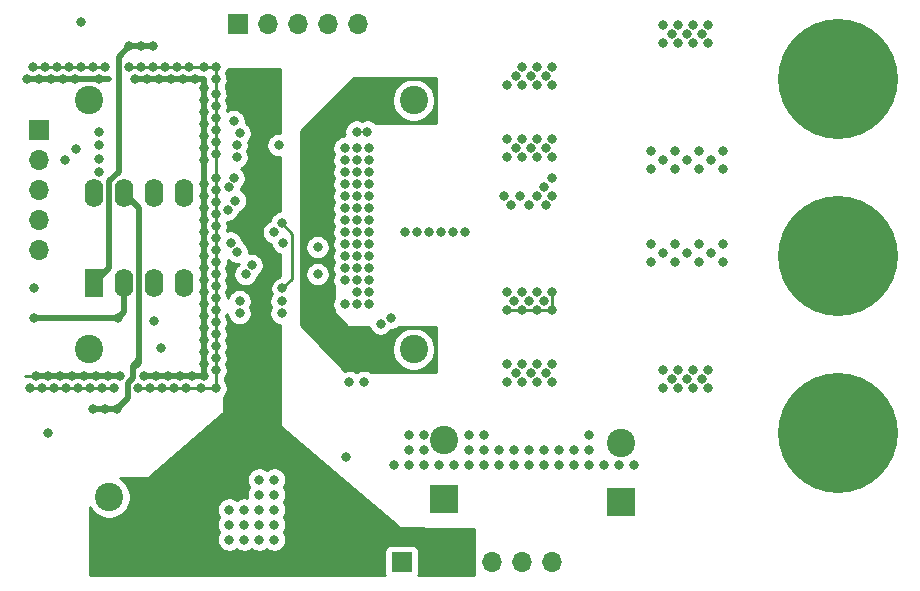
<source format=gbr>
%TF.GenerationSoftware,KiCad,Pcbnew,(5.1.9)-1*%
%TF.CreationDate,2021-11-06T22:46:36-05:00*%
%TF.ProjectId,Discrete_Channel,44697363-7265-4746-955f-4368616e6e65,rev?*%
%TF.SameCoordinates,Original*%
%TF.FileFunction,Copper,L3,Inr*%
%TF.FilePolarity,Positive*%
%FSLAX46Y46*%
G04 Gerber Fmt 4.6, Leading zero omitted, Abs format (unit mm)*
G04 Created by KiCad (PCBNEW (5.1.9)-1) date 2021-11-06 22:46:36*
%MOMM*%
%LPD*%
G01*
G04 APERTURE LIST*
%TA.AperFunction,ComponentPad*%
%ADD10R,2.400000X2.400000*%
%TD*%
%TA.AperFunction,ComponentPad*%
%ADD11C,2.400000*%
%TD*%
%TA.AperFunction,ComponentPad*%
%ADD12R,1.700000X1.700000*%
%TD*%
%TA.AperFunction,ComponentPad*%
%ADD13O,1.700000X1.700000*%
%TD*%
%TA.AperFunction,ComponentPad*%
%ADD14R,1.600000X2.400000*%
%TD*%
%TA.AperFunction,ComponentPad*%
%ADD15O,1.600000X2.400000*%
%TD*%
%TA.AperFunction,ComponentPad*%
%ADD16C,10.160000*%
%TD*%
%TA.AperFunction,ViaPad*%
%ADD17C,0.800000*%
%TD*%
%TA.AperFunction,Conductor*%
%ADD18C,0.250000*%
%TD*%
%TA.AperFunction,Conductor*%
%ADD19C,0.500000*%
%TD*%
%TA.AperFunction,NonConductor*%
%ADD20C,0.254000*%
%TD*%
%TA.AperFunction,NonConductor*%
%ADD21C,0.100000*%
%TD*%
%TA.AperFunction,Conductor*%
%ADD22C,0.254000*%
%TD*%
%TA.AperFunction,Conductor*%
%ADD23C,0.100000*%
%TD*%
G04 APERTURE END LIST*
D10*
%TO.N,/PVDD*%
%TO.C,C1*%
X158496000Y-121666000D03*
D11*
%TO.N,GND*%
X158496000Y-116666000D03*
%TD*%
%TO.N,GND*%
%TO.C,C2*%
X173482000Y-116920000D03*
D10*
%TO.N,/PVDD*%
X173482000Y-121920000D03*
%TD*%
%TO.N,/+12V*%
%TO.C,C17*%
X130175000Y-126492000D03*
D11*
%TO.N,GND*%
X130175000Y-121492000D03*
%TD*%
D12*
%TO.N,/~FAULT*%
%TO.C,J1*%
X141097000Y-81407000D03*
D13*
%TO.N,/~RESET*%
X143637000Y-81407000D03*
%TO.N,/OSC_IOM*%
X146177000Y-81407000D03*
%TO.N,/OSC_IOP*%
X148717000Y-81407000D03*
%TO.N,/~ERROR*%
X151257000Y-81407000D03*
%TD*%
%TO.N,/IN_A*%
%TO.C,J3*%
X124206000Y-100584000D03*
%TO.N,/IN_B*%
X124206000Y-98044000D03*
%TO.N,VEE*%
X124206000Y-95504000D03*
%TO.N,GNDA*%
X124206000Y-92964000D03*
D12*
%TO.N,VCC*%
X124206000Y-90424000D03*
%TD*%
%TO.N,GND*%
%TO.C,J2*%
X154940000Y-127000000D03*
D13*
%TO.N,/+12V*%
X157480000Y-127000000D03*
X160020000Y-127000000D03*
%TO.N,/PVDD*%
X162560000Y-127000000D03*
X165100000Y-127000000D03*
%TO.N,GND*%
X167640000Y-127000000D03*
%TD*%
D11*
%TO.N,Net-(C20-Pad1)*%
%TO.C,C20*%
X155956000Y-108966000D03*
%TO.N,/FB_A*%
X128456000Y-108966000D03*
%TD*%
%TO.N,/FB_B*%
%TO.C,C21*%
X128456000Y-87884000D03*
%TO.N,Net-(C21-Pad1)*%
X155956000Y-87884000D03*
%TD*%
D14*
%TO.N,/FB_A*%
%TO.C,U2*%
X128905000Y-103378000D03*
D15*
%TO.N,GNDA*%
X136525000Y-95758000D03*
%TO.N,Net-(C19-Pad1)*%
X131445000Y-103378000D03*
%TO.N,Net-(C18-Pad1)*%
X133985000Y-95758000D03*
%TO.N,GNDA*%
X133985000Y-103378000D03*
%TO.N,/FB_B*%
X131445000Y-95758000D03*
%TO.N,VEE*%
X136525000Y-103378000D03*
%TO.N,VCC*%
X128905000Y-95758000D03*
%TD*%
D16*
%TO.N,/SPEAKER+*%
%TO.C,J4*%
X191897000Y-86106000D03*
%TO.N,/SPEAKER-*%
X191897000Y-116076000D03*
%TO.N,GND*%
X191897000Y-101096000D03*
%TD*%
D17*
%TO.N,GNDA*%
X123190000Y-86106000D03*
X124206000Y-86106000D03*
X125222000Y-86106000D03*
X126238000Y-86106000D03*
X127254000Y-86106000D03*
X129286000Y-86106000D03*
X132334000Y-86106000D03*
X133350000Y-86106000D03*
X134366000Y-86106000D03*
X135382000Y-86106000D03*
X136398000Y-86106000D03*
X137414000Y-86106000D03*
X138176000Y-86868000D03*
X138176000Y-87884000D03*
X138176000Y-88900000D03*
X138176000Y-89916000D03*
X138176000Y-90932000D03*
X138176000Y-91948000D03*
X138176000Y-94996000D03*
X138176000Y-96012000D03*
X138176000Y-97028000D03*
X138176000Y-98044000D03*
X138176000Y-99060000D03*
X138176000Y-100076000D03*
X138176000Y-101092000D03*
X138176000Y-102108000D03*
X138176000Y-103124000D03*
X138176000Y-104140000D03*
X138176000Y-105156000D03*
X138176000Y-106172000D03*
X138176000Y-107188000D03*
X138176000Y-108204000D03*
X138176000Y-109220000D03*
X138176000Y-110236000D03*
X138176000Y-111252000D03*
X137160000Y-111252000D03*
X136144000Y-111252000D03*
X135128000Y-111252000D03*
X134112000Y-111252000D03*
X133096000Y-111252000D03*
X131064000Y-111252000D03*
X130048000Y-111252000D03*
X129032000Y-111252000D03*
X128016000Y-111252000D03*
X127000000Y-111252000D03*
X125984000Y-111252000D03*
X124968000Y-111252000D03*
X123952000Y-111252000D03*
%TO.N,*%
X123444000Y-112268000D03*
X124460000Y-112268000D03*
X125476000Y-112268000D03*
X126492000Y-112268000D03*
X127508000Y-112268000D03*
X128524000Y-112268000D03*
X129540000Y-112268000D03*
X130556000Y-112268000D03*
X132588000Y-112268000D03*
X133604000Y-112268000D03*
X134620000Y-112268000D03*
X135636000Y-112268000D03*
X136652000Y-112268000D03*
X137922000Y-112268000D03*
X139192000Y-112268000D03*
X139192000Y-110744000D03*
X139192000Y-109728000D03*
X139192000Y-108712000D03*
X139192000Y-106680000D03*
X139192000Y-107696000D03*
X139192000Y-105664000D03*
X139192000Y-104648000D03*
X139192000Y-103632000D03*
X139192000Y-102616000D03*
X139192000Y-101600000D03*
X139192000Y-100584000D03*
X139192000Y-99568000D03*
X139192000Y-98552000D03*
X139192000Y-97536000D03*
X139192000Y-96520000D03*
X139192000Y-95504000D03*
X139192000Y-94488000D03*
X139192000Y-92456000D03*
X139192000Y-91440000D03*
X139192000Y-90424000D03*
X139192000Y-89408000D03*
X139192000Y-88392000D03*
X139192000Y-87376000D03*
X139192000Y-86106000D03*
X138176000Y-85090000D03*
X136906000Y-85090000D03*
X135890000Y-85090000D03*
X134874000Y-85090000D03*
X133858000Y-85090000D03*
X132842000Y-85090000D03*
X131826000Y-85090000D03*
X128778000Y-85090000D03*
X127762000Y-85090000D03*
X126746000Y-85090000D03*
X125730000Y-85090000D03*
X124714000Y-85090000D03*
X123698000Y-85090000D03*
X139192000Y-85090000D03*
X129794000Y-85090000D03*
%TO.N,GNDA*%
X138176000Y-92964000D03*
X124968000Y-116078000D03*
X127762000Y-81280000D03*
%TO.N,/+12V*%
X139954000Y-117348000D03*
X139954000Y-116332000D03*
X140970000Y-116332000D03*
X140970000Y-117348000D03*
X140970000Y-118364000D03*
%TO.N,/OUT_D*%
X152019000Y-90551000D03*
X151130000Y-90551000D03*
%TO.N,/OUT_A*%
X154051000Y-106299000D03*
X153162000Y-106807000D03*
%TO.N,/OUT_B*%
X160274000Y-99060000D03*
X159258000Y-99060000D03*
X167005000Y-95250000D03*
X164211000Y-96774000D03*
X165735000Y-96774000D03*
X167132000Y-96774000D03*
X167640000Y-94488000D03*
X167640000Y-96012000D03*
X166370000Y-96012000D03*
X164973000Y-96012000D03*
X163576000Y-96012000D03*
%TO.N,/OUT_A*%
X167005000Y-104902000D03*
X165735000Y-104902000D03*
X164465000Y-104902000D03*
%TO.N,/SPEAKER+*%
X177038000Y-81534000D03*
X180848000Y-83058000D03*
X178308000Y-81534000D03*
X179578000Y-81534000D03*
X178308000Y-83058000D03*
X180848000Y-81534000D03*
X179578000Y-83058000D03*
X177038000Y-83058000D03*
X180340000Y-82296000D03*
X177800000Y-82296000D03*
X179070000Y-82296000D03*
%TO.N,/SPEAKER-*%
X177038000Y-110744000D03*
X180848000Y-112268000D03*
X178308000Y-110744000D03*
X179578000Y-110744000D03*
X178308000Y-112268000D03*
X180848000Y-110744000D03*
X179578000Y-112268000D03*
X177038000Y-112268000D03*
X180340000Y-111506000D03*
X177800000Y-111506000D03*
X179070000Y-111506000D03*
X163830000Y-110236000D03*
X167640000Y-111760000D03*
X165100000Y-110236000D03*
X166370000Y-110236000D03*
X165100000Y-111760000D03*
X167640000Y-110236000D03*
X166370000Y-111760000D03*
X163830000Y-111760000D03*
X167132000Y-110998000D03*
X164592000Y-110998000D03*
X165862000Y-110998000D03*
%TO.N,/SPEAKER+*%
X167640000Y-86614000D03*
X165100000Y-85090000D03*
X166370000Y-85090000D03*
X165100000Y-86614000D03*
X167640000Y-85090000D03*
X166370000Y-86614000D03*
X163830000Y-86614000D03*
X167132000Y-85852000D03*
X164592000Y-85852000D03*
X165862000Y-85852000D03*
%TO.N,/OUT_D*%
X167132000Y-91948000D03*
X165862000Y-91948000D03*
X164592000Y-91948000D03*
%TO.N,GND*%
X176022000Y-101600000D03*
X180086000Y-100076000D03*
X178054000Y-101600000D03*
X178054000Y-100076000D03*
X180086000Y-101600000D03*
X181102000Y-100838000D03*
X182118000Y-100076000D03*
X182118000Y-101600000D03*
X177038000Y-100838000D03*
X176022000Y-100076000D03*
X179070000Y-100838000D03*
X176022000Y-92202000D03*
X178054000Y-92202000D03*
X180086000Y-92202000D03*
X182118000Y-92202000D03*
X180086000Y-93726000D03*
X178054000Y-93726000D03*
X181102000Y-92964000D03*
X179070000Y-92964000D03*
X177038000Y-92964000D03*
X176022000Y-93726000D03*
X141224000Y-105918000D03*
X141224000Y-104902000D03*
X141732000Y-102616000D03*
X142240000Y-101854000D03*
X140970000Y-100711000D03*
X140462000Y-99949000D03*
X140208000Y-97155000D03*
X140843000Y-96393000D03*
X140335000Y-95250000D03*
X140716000Y-94488000D03*
X140716000Y-89662000D03*
X141224000Y-90678000D03*
%TO.N,/+12V*%
X141224000Y-86614000D03*
X141224000Y-85598000D03*
X141224000Y-87884000D03*
X140462000Y-86106000D03*
X140462000Y-87376000D03*
X141224000Y-107442000D03*
X141224000Y-109728000D03*
X141224000Y-108458000D03*
X139954000Y-119380000D03*
X139954000Y-120396000D03*
X140970000Y-120396000D03*
X140970000Y-119380000D03*
%TO.N,/PVDD*%
X152146000Y-96012000D03*
X151130000Y-97028000D03*
X152146000Y-97028000D03*
X150114000Y-97028000D03*
X150114000Y-96012000D03*
X151130000Y-96012000D03*
X152146000Y-101092000D03*
X150114000Y-101092000D03*
X152146000Y-100076000D03*
X151130000Y-101092000D03*
X151130000Y-100076000D03*
X150114000Y-100076000D03*
%TO.N,GND*%
X151130000Y-105156000D03*
X150114000Y-105156000D03*
X152146000Y-98044000D03*
X151130000Y-98044000D03*
X150114000Y-98044000D03*
X150114000Y-99060000D03*
X151130000Y-99060000D03*
X152146000Y-99060000D03*
X151130000Y-91948000D03*
X150114000Y-91948000D03*
X151130000Y-104140000D03*
X152146000Y-105156000D03*
X151130000Y-92964000D03*
X152146000Y-92964000D03*
X150114000Y-92964000D03*
X152146000Y-91948000D03*
X152146000Y-104140000D03*
X182118000Y-93726000D03*
X142875000Y-120015000D03*
X144145000Y-120015000D03*
X144145000Y-121285000D03*
X142875000Y-121285000D03*
X142875000Y-122555000D03*
X144145000Y-122555000D03*
X142875000Y-123825000D03*
X144145000Y-123825000D03*
X144145000Y-125095000D03*
X142875000Y-125095000D03*
X141605000Y-123825000D03*
X141605000Y-125095000D03*
X141605000Y-122555000D03*
X140335000Y-122555000D03*
X140335000Y-123825000D03*
X140335000Y-125095000D03*
X154305000Y-118745000D03*
X155575000Y-118745000D03*
X156845000Y-118745000D03*
X158115000Y-118745000D03*
X159385000Y-118745000D03*
X160655000Y-118745000D03*
X161925000Y-118745000D03*
X163195000Y-118745000D03*
X164465000Y-118745000D03*
X165735000Y-118745000D03*
X167005000Y-118745000D03*
X168275000Y-118745000D03*
X169545000Y-118745000D03*
X170815000Y-118745000D03*
X172085000Y-118745000D03*
X173355000Y-118745000D03*
X174625000Y-118745000D03*
X170815000Y-117475000D03*
X169545000Y-117475000D03*
X168275000Y-117475000D03*
X167005000Y-117475000D03*
X165735000Y-117475000D03*
X164465000Y-117475000D03*
X163195000Y-117475000D03*
X161925000Y-117475000D03*
X160655000Y-117475000D03*
X160655000Y-116205000D03*
X161925000Y-116205000D03*
X156845000Y-116205000D03*
X156845000Y-117475000D03*
X155575000Y-117475000D03*
X155575000Y-116205000D03*
X170815000Y-116205000D03*
X150495000Y-111760000D03*
X151765000Y-111760000D03*
%TO.N,VCC*%
X129286000Y-93980000D03*
X129286000Y-92837000D03*
X129286000Y-91694000D03*
X129286000Y-90551000D03*
%TO.N,Net-(C14-Pad2)*%
X144780000Y-104902000D03*
X144780000Y-105918000D03*
X150238000Y-118110000D03*
%TO.N,/+12V*%
X140019000Y-118429000D03*
%TO.N,Net-(C19-Pad1)*%
X130958500Y-106299000D03*
X123841000Y-106299000D03*
X123841000Y-103759000D03*
%TO.N,/FB_A*%
X131826000Y-83333500D03*
X133874000Y-83312000D03*
X132842000Y-83312000D03*
%TO.N,/FB_B*%
X130826000Y-114046000D03*
X129794000Y-114046000D03*
X128778000Y-114024500D03*
%TO.N,Net-(C20-Pad1)*%
X147828000Y-102616000D03*
%TO.N,Net-(C21-Pad1)*%
X147828000Y-100330000D03*
%TO.N,/OUT_A*%
X163830000Y-104140000D03*
X167640000Y-104140000D03*
X166370000Y-104140000D03*
X165100000Y-104140000D03*
X152146000Y-103124000D03*
X163830000Y-105664000D03*
X150114000Y-103124000D03*
X165100000Y-105664000D03*
X167640000Y-105664000D03*
X151130000Y-102108000D03*
X150114000Y-102108000D03*
X151130000Y-103124000D03*
X152146000Y-102108000D03*
X166370000Y-105664000D03*
%TO.N,/OUT_B*%
X155194000Y-99060000D03*
X156210000Y-99060000D03*
X157226000Y-99060000D03*
X158242000Y-99060000D03*
%TO.N,/OUT_D*%
X152146000Y-93980000D03*
X152146000Y-94996000D03*
X151130000Y-94996000D03*
X151130000Y-93980000D03*
X150114000Y-94996000D03*
X150114000Y-93980000D03*
X165100000Y-91186000D03*
X166370000Y-91186000D03*
X167640000Y-91186000D03*
X165100000Y-92710000D03*
X166370000Y-92710000D03*
X167640000Y-92710000D03*
X163830000Y-91186000D03*
X163830000Y-92710000D03*
%TO.N,/OSC_IOP*%
X144145000Y-99060000D03*
%TO.N,/OSC_IOM*%
X144907000Y-99949000D03*
%TO.N,/~ERROR*%
X144526000Y-91694000D03*
%TO.N,/~FAULT*%
X140970000Y-91694000D03*
%TO.N,/~RESET*%
X140970000Y-92710000D03*
%TO.N,GNDA*%
X127381000Y-92036500D03*
X126453500Y-92964000D03*
X134598500Y-108839000D03*
X133985000Y-106553000D03*
%TO.N,/DVDD*%
X144780000Y-98298000D03*
X144840942Y-103819942D03*
%TD*%
D18*
%TO.N,GNDA*%
X123032010Y-111252000D02*
X131064000Y-111252000D01*
%TO.N,*%
X131826000Y-85090000D02*
X139192000Y-85090000D01*
X123698000Y-85090000D02*
X129794000Y-85090000D01*
X139192000Y-111309002D02*
X139192000Y-112268000D01*
X139192000Y-85090000D02*
X139192000Y-111309002D01*
X139192000Y-112268000D02*
X132588000Y-112268000D01*
X130556000Y-112268000D02*
X123444000Y-112268000D01*
D19*
%TO.N,Net-(C19-Pad1)*%
X130958500Y-106299000D02*
X123841000Y-106299000D01*
X131445000Y-105812500D02*
X130958500Y-106299000D01*
X131445000Y-103378000D02*
X131445000Y-105812500D01*
%TO.N,/FB_A*%
X131847500Y-83312000D02*
X131826000Y-83333500D01*
X133874000Y-83312000D02*
X131847500Y-83312000D01*
X130194990Y-102088010D02*
X128905000Y-103378000D01*
X130194990Y-94722010D02*
X130194990Y-102088010D01*
X130975999Y-93941001D02*
X130194990Y-94722010D01*
X130975999Y-84183501D02*
X130975999Y-93941001D01*
X131826000Y-83333500D02*
X130975999Y-84183501D01*
%TO.N,/FB_B*%
X131445000Y-95758000D02*
X132695010Y-97008010D01*
X132695010Y-110128990D02*
X132461000Y-110363000D01*
X131737999Y-113134001D02*
X130826000Y-114046000D01*
X131737999Y-111859999D02*
X131737999Y-113134001D01*
X132179999Y-111417999D02*
X131737999Y-111859999D01*
X132179999Y-110350021D02*
X132179999Y-111417999D01*
X132695010Y-109835010D02*
X132179999Y-110350021D01*
X132695010Y-97008010D02*
X132695010Y-109835010D01*
X132695010Y-109835010D02*
X132695010Y-110128990D01*
X128799500Y-114046000D02*
X128778000Y-114024500D01*
X130826000Y-114046000D02*
X128799500Y-114046000D01*
D18*
%TO.N,/OUT_A*%
X167640000Y-104140000D02*
X167640000Y-105664000D01*
X167640000Y-105664000D02*
X163830000Y-105664000D01*
%TO.N,/OSC_IOP*%
X144145000Y-99060000D02*
X144145000Y-98933000D01*
D19*
%TO.N,GNDA*%
X123952000Y-111252000D02*
X131064000Y-111252000D01*
X133096000Y-111252000D02*
X138176000Y-111252000D01*
X138176000Y-111252000D02*
X138176000Y-86106000D01*
X138176000Y-86106000D02*
X132334000Y-86106000D01*
X130175000Y-86106000D02*
X123190000Y-86106000D01*
D18*
%TO.N,/DVDD*%
X144780000Y-98298000D02*
X145669000Y-99187000D01*
X145669000Y-102991884D02*
X144840942Y-103819942D01*
X145669000Y-99187000D02*
X145669000Y-102991884D01*
%TD*%
D20*
X147337744Y-101247205D02*
X147526102Y-101325226D01*
X147726061Y-101365000D01*
X147929939Y-101365000D01*
X148129898Y-101325226D01*
X148318256Y-101247205D01*
X148360468Y-101219000D01*
X149083985Y-101219000D01*
X149118774Y-101393898D01*
X149196795Y-101582256D01*
X149208651Y-101600000D01*
X149196795Y-101617744D01*
X149118774Y-101806102D01*
X149079000Y-102006061D01*
X149079000Y-102209939D01*
X149118774Y-102409898D01*
X149196795Y-102598256D01*
X149208651Y-102616000D01*
X149196795Y-102633744D01*
X149118774Y-102822102D01*
X149079000Y-103022061D01*
X149079000Y-103225939D01*
X149118774Y-103425898D01*
X149196795Y-103614256D01*
X149225000Y-103656468D01*
X149225000Y-104623532D01*
X149196795Y-104665744D01*
X149118774Y-104854102D01*
X149079000Y-105054061D01*
X149079000Y-105257939D01*
X149118774Y-105457898D01*
X149196795Y-105646256D01*
X149225000Y-105688468D01*
X149225000Y-105918000D01*
X149227440Y-105942776D01*
X149234667Y-105966601D01*
X149246403Y-105988557D01*
X149262197Y-106007803D01*
X150278197Y-107023803D01*
X150297443Y-107039597D01*
X150319399Y-107051333D01*
X150343224Y-107058560D01*
X150368000Y-107061000D01*
X152157247Y-107061000D01*
X152166774Y-107108898D01*
X152244795Y-107297256D01*
X152358063Y-107466774D01*
X152502226Y-107610937D01*
X152671744Y-107724205D01*
X152860102Y-107802226D01*
X153060061Y-107842000D01*
X153263939Y-107842000D01*
X153463898Y-107802226D01*
X153652256Y-107724205D01*
X153821774Y-107610937D01*
X153965937Y-107466774D01*
X154054654Y-107334000D01*
X154152939Y-107334000D01*
X154352898Y-107294226D01*
X154541256Y-107216205D01*
X154710774Y-107102937D01*
X154752711Y-107061000D01*
X157861000Y-107061000D01*
X157861000Y-110871000D01*
X152297468Y-110871000D01*
X152255256Y-110842795D01*
X152066898Y-110764774D01*
X151866939Y-110725000D01*
X151663061Y-110725000D01*
X151463102Y-110764774D01*
X151274744Y-110842795D01*
X151232532Y-110871000D01*
X151027468Y-110871000D01*
X150985256Y-110842795D01*
X150796898Y-110764774D01*
X150596939Y-110725000D01*
X150393061Y-110725000D01*
X150193102Y-110764774D01*
X150104025Y-110801671D01*
X148213648Y-108785268D01*
X154121000Y-108785268D01*
X154121000Y-109146732D01*
X154191518Y-109501250D01*
X154329844Y-109835199D01*
X154530662Y-110135744D01*
X154786256Y-110391338D01*
X155086801Y-110592156D01*
X155420750Y-110730482D01*
X155775268Y-110801000D01*
X156136732Y-110801000D01*
X156491250Y-110730482D01*
X156825199Y-110592156D01*
X157125744Y-110391338D01*
X157381338Y-110135744D01*
X157582156Y-109835199D01*
X157720482Y-109501250D01*
X157791000Y-109146732D01*
X157791000Y-108785268D01*
X157720482Y-108430750D01*
X157582156Y-108096801D01*
X157381338Y-107796256D01*
X157125744Y-107540662D01*
X156825199Y-107339844D01*
X156491250Y-107201518D01*
X156136732Y-107131000D01*
X155775268Y-107131000D01*
X155420750Y-107201518D01*
X155086801Y-107339844D01*
X154786256Y-107540662D01*
X154530662Y-107796256D01*
X154329844Y-108096801D01*
X154191518Y-108430750D01*
X154121000Y-108785268D01*
X148213648Y-108785268D01*
X146431000Y-106883778D01*
X146431000Y-103008901D01*
X146432676Y-102991884D01*
X146431000Y-102974867D01*
X146431000Y-102514061D01*
X146793000Y-102514061D01*
X146793000Y-102717939D01*
X146832774Y-102917898D01*
X146910795Y-103106256D01*
X147024063Y-103275774D01*
X147168226Y-103419937D01*
X147337744Y-103533205D01*
X147526102Y-103611226D01*
X147726061Y-103651000D01*
X147929939Y-103651000D01*
X148129898Y-103611226D01*
X148318256Y-103533205D01*
X148487774Y-103419937D01*
X148631937Y-103275774D01*
X148745205Y-103106256D01*
X148823226Y-102917898D01*
X148863000Y-102717939D01*
X148863000Y-102514061D01*
X148823226Y-102314102D01*
X148745205Y-102125744D01*
X148631937Y-101956226D01*
X148487774Y-101812063D01*
X148318256Y-101698795D01*
X148129898Y-101620774D01*
X147929939Y-101581000D01*
X147726061Y-101581000D01*
X147526102Y-101620774D01*
X147337744Y-101698795D01*
X147168226Y-101812063D01*
X147024063Y-101956226D01*
X146910795Y-102125744D01*
X146832774Y-102314102D01*
X146793000Y-102514061D01*
X146431000Y-102514061D01*
X146431000Y-101219000D01*
X147295532Y-101219000D01*
X147337744Y-101247205D01*
%TA.AperFunction,NonConductor*%
D21*
G36*
X147337744Y-101247205D02*
G01*
X147526102Y-101325226D01*
X147726061Y-101365000D01*
X147929939Y-101365000D01*
X148129898Y-101325226D01*
X148318256Y-101247205D01*
X148360468Y-101219000D01*
X149083985Y-101219000D01*
X149118774Y-101393898D01*
X149196795Y-101582256D01*
X149208651Y-101600000D01*
X149196795Y-101617744D01*
X149118774Y-101806102D01*
X149079000Y-102006061D01*
X149079000Y-102209939D01*
X149118774Y-102409898D01*
X149196795Y-102598256D01*
X149208651Y-102616000D01*
X149196795Y-102633744D01*
X149118774Y-102822102D01*
X149079000Y-103022061D01*
X149079000Y-103225939D01*
X149118774Y-103425898D01*
X149196795Y-103614256D01*
X149225000Y-103656468D01*
X149225000Y-104623532D01*
X149196795Y-104665744D01*
X149118774Y-104854102D01*
X149079000Y-105054061D01*
X149079000Y-105257939D01*
X149118774Y-105457898D01*
X149196795Y-105646256D01*
X149225000Y-105688468D01*
X149225000Y-105918000D01*
X149227440Y-105942776D01*
X149234667Y-105966601D01*
X149246403Y-105988557D01*
X149262197Y-106007803D01*
X150278197Y-107023803D01*
X150297443Y-107039597D01*
X150319399Y-107051333D01*
X150343224Y-107058560D01*
X150368000Y-107061000D01*
X152157247Y-107061000D01*
X152166774Y-107108898D01*
X152244795Y-107297256D01*
X152358063Y-107466774D01*
X152502226Y-107610937D01*
X152671744Y-107724205D01*
X152860102Y-107802226D01*
X153060061Y-107842000D01*
X153263939Y-107842000D01*
X153463898Y-107802226D01*
X153652256Y-107724205D01*
X153821774Y-107610937D01*
X153965937Y-107466774D01*
X154054654Y-107334000D01*
X154152939Y-107334000D01*
X154352898Y-107294226D01*
X154541256Y-107216205D01*
X154710774Y-107102937D01*
X154752711Y-107061000D01*
X157861000Y-107061000D01*
X157861000Y-110871000D01*
X152297468Y-110871000D01*
X152255256Y-110842795D01*
X152066898Y-110764774D01*
X151866939Y-110725000D01*
X151663061Y-110725000D01*
X151463102Y-110764774D01*
X151274744Y-110842795D01*
X151232532Y-110871000D01*
X151027468Y-110871000D01*
X150985256Y-110842795D01*
X150796898Y-110764774D01*
X150596939Y-110725000D01*
X150393061Y-110725000D01*
X150193102Y-110764774D01*
X150104025Y-110801671D01*
X148213648Y-108785268D01*
X154121000Y-108785268D01*
X154121000Y-109146732D01*
X154191518Y-109501250D01*
X154329844Y-109835199D01*
X154530662Y-110135744D01*
X154786256Y-110391338D01*
X155086801Y-110592156D01*
X155420750Y-110730482D01*
X155775268Y-110801000D01*
X156136732Y-110801000D01*
X156491250Y-110730482D01*
X156825199Y-110592156D01*
X157125744Y-110391338D01*
X157381338Y-110135744D01*
X157582156Y-109835199D01*
X157720482Y-109501250D01*
X157791000Y-109146732D01*
X157791000Y-108785268D01*
X157720482Y-108430750D01*
X157582156Y-108096801D01*
X157381338Y-107796256D01*
X157125744Y-107540662D01*
X156825199Y-107339844D01*
X156491250Y-107201518D01*
X156136732Y-107131000D01*
X155775268Y-107131000D01*
X155420750Y-107201518D01*
X155086801Y-107339844D01*
X154786256Y-107540662D01*
X154530662Y-107796256D01*
X154329844Y-108096801D01*
X154191518Y-108430750D01*
X154121000Y-108785268D01*
X148213648Y-108785268D01*
X146431000Y-106883778D01*
X146431000Y-103008901D01*
X146432676Y-102991884D01*
X146431000Y-102974867D01*
X146431000Y-102514061D01*
X146793000Y-102514061D01*
X146793000Y-102717939D01*
X146832774Y-102917898D01*
X146910795Y-103106256D01*
X147024063Y-103275774D01*
X147168226Y-103419937D01*
X147337744Y-103533205D01*
X147526102Y-103611226D01*
X147726061Y-103651000D01*
X147929939Y-103651000D01*
X148129898Y-103611226D01*
X148318256Y-103533205D01*
X148487774Y-103419937D01*
X148631937Y-103275774D01*
X148745205Y-103106256D01*
X148823226Y-102917898D01*
X148863000Y-102717939D01*
X148863000Y-102514061D01*
X148823226Y-102314102D01*
X148745205Y-102125744D01*
X148631937Y-101956226D01*
X148487774Y-101812063D01*
X148318256Y-101698795D01*
X148129898Y-101620774D01*
X147929939Y-101581000D01*
X147726061Y-101581000D01*
X147526102Y-101620774D01*
X147337744Y-101698795D01*
X147168226Y-101812063D01*
X147024063Y-101956226D01*
X146910795Y-102125744D01*
X146832774Y-102314102D01*
X146793000Y-102514061D01*
X146431000Y-102514061D01*
X146431000Y-101219000D01*
X147295532Y-101219000D01*
X147337744Y-101247205D01*
G37*
%TD.AperFunction*%
D20*
X157861000Y-89789000D02*
X152720711Y-89789000D01*
X152678774Y-89747063D01*
X152509256Y-89633795D01*
X152320898Y-89555774D01*
X152120939Y-89516000D01*
X151917061Y-89516000D01*
X151717102Y-89555774D01*
X151574500Y-89614842D01*
X151431898Y-89555774D01*
X151231939Y-89516000D01*
X151028061Y-89516000D01*
X150828102Y-89555774D01*
X150639744Y-89633795D01*
X150470226Y-89747063D01*
X150326063Y-89891226D01*
X150212795Y-90060744D01*
X150134774Y-90249102D01*
X150095000Y-90449061D01*
X150095000Y-90652939D01*
X150114653Y-90751741D01*
X149938827Y-90927567D01*
X149812102Y-90952774D01*
X149623744Y-91030795D01*
X149454226Y-91144063D01*
X149310063Y-91288226D01*
X149196795Y-91457744D01*
X149118774Y-91646102D01*
X149079000Y-91846061D01*
X149079000Y-92049939D01*
X149118774Y-92249898D01*
X149196795Y-92438256D01*
X149208651Y-92456000D01*
X149196795Y-92473744D01*
X149118774Y-92662102D01*
X149079000Y-92862061D01*
X149079000Y-93065939D01*
X149118774Y-93265898D01*
X149196795Y-93454256D01*
X149208651Y-93472000D01*
X149196795Y-93489744D01*
X149118774Y-93678102D01*
X149079000Y-93878061D01*
X149079000Y-94081939D01*
X149118774Y-94281898D01*
X149196795Y-94470256D01*
X149208651Y-94488000D01*
X149196795Y-94505744D01*
X149118774Y-94694102D01*
X149079000Y-94894061D01*
X149079000Y-95097939D01*
X149118774Y-95297898D01*
X149196795Y-95486256D01*
X149208651Y-95504000D01*
X149196795Y-95521744D01*
X149118774Y-95710102D01*
X149079000Y-95910061D01*
X149079000Y-96113939D01*
X149118774Y-96313898D01*
X149196795Y-96502256D01*
X149208651Y-96520000D01*
X149196795Y-96537744D01*
X149118774Y-96726102D01*
X149079000Y-96926061D01*
X149079000Y-97129939D01*
X149118774Y-97329898D01*
X149196795Y-97518256D01*
X149208651Y-97536000D01*
X149196795Y-97553744D01*
X149118774Y-97742102D01*
X149079000Y-97942061D01*
X149079000Y-98145939D01*
X149118774Y-98345898D01*
X149196795Y-98534256D01*
X149208651Y-98552000D01*
X149196795Y-98569744D01*
X149118774Y-98758102D01*
X149079000Y-98958061D01*
X149079000Y-99161939D01*
X149118774Y-99361898D01*
X149196795Y-99550256D01*
X149208651Y-99568000D01*
X149196795Y-99585744D01*
X149118774Y-99774102D01*
X149079000Y-99974061D01*
X149079000Y-100177939D01*
X149118774Y-100377898D01*
X149196795Y-100566256D01*
X149208651Y-100584000D01*
X149196795Y-100601744D01*
X149118774Y-100790102D01*
X149079000Y-100990061D01*
X149079000Y-101193939D01*
X149118774Y-101393898D01*
X149151539Y-101473000D01*
X146431000Y-101473000D01*
X146431000Y-100228061D01*
X146793000Y-100228061D01*
X146793000Y-100431939D01*
X146832774Y-100631898D01*
X146910795Y-100820256D01*
X147024063Y-100989774D01*
X147168226Y-101133937D01*
X147337744Y-101247205D01*
X147526102Y-101325226D01*
X147726061Y-101365000D01*
X147929939Y-101365000D01*
X148129898Y-101325226D01*
X148318256Y-101247205D01*
X148487774Y-101133937D01*
X148631937Y-100989774D01*
X148745205Y-100820256D01*
X148823226Y-100631898D01*
X148863000Y-100431939D01*
X148863000Y-100228061D01*
X148823226Y-100028102D01*
X148745205Y-99839744D01*
X148631937Y-99670226D01*
X148487774Y-99526063D01*
X148318256Y-99412795D01*
X148129898Y-99334774D01*
X147929939Y-99295000D01*
X147726061Y-99295000D01*
X147526102Y-99334774D01*
X147337744Y-99412795D01*
X147168226Y-99526063D01*
X147024063Y-99670226D01*
X146910795Y-99839744D01*
X146832774Y-100028102D01*
X146793000Y-100228061D01*
X146431000Y-100228061D01*
X146431000Y-99204017D01*
X146432676Y-99187000D01*
X146431000Y-99169983D01*
X146431000Y-90476606D01*
X149204338Y-87703268D01*
X154121000Y-87703268D01*
X154121000Y-88064732D01*
X154191518Y-88419250D01*
X154329844Y-88753199D01*
X154530662Y-89053744D01*
X154786256Y-89309338D01*
X155086801Y-89510156D01*
X155420750Y-89648482D01*
X155775268Y-89719000D01*
X156136732Y-89719000D01*
X156491250Y-89648482D01*
X156825199Y-89510156D01*
X157125744Y-89309338D01*
X157381338Y-89053744D01*
X157582156Y-88753199D01*
X157720482Y-88419250D01*
X157791000Y-88064732D01*
X157791000Y-87703268D01*
X157720482Y-87348750D01*
X157582156Y-87014801D01*
X157381338Y-86714256D01*
X157125744Y-86458662D01*
X156825199Y-86257844D01*
X156491250Y-86119518D01*
X156136732Y-86049000D01*
X155775268Y-86049000D01*
X155420750Y-86119518D01*
X155086801Y-86257844D01*
X154786256Y-86458662D01*
X154530662Y-86714256D01*
X154329844Y-87014801D01*
X154191518Y-87348750D01*
X154121000Y-87703268D01*
X149204338Y-87703268D01*
X150928606Y-85979000D01*
X157861000Y-85979000D01*
X157861000Y-89789000D01*
%TA.AperFunction,NonConductor*%
D21*
G36*
X157861000Y-89789000D02*
G01*
X152720711Y-89789000D01*
X152678774Y-89747063D01*
X152509256Y-89633795D01*
X152320898Y-89555774D01*
X152120939Y-89516000D01*
X151917061Y-89516000D01*
X151717102Y-89555774D01*
X151574500Y-89614842D01*
X151431898Y-89555774D01*
X151231939Y-89516000D01*
X151028061Y-89516000D01*
X150828102Y-89555774D01*
X150639744Y-89633795D01*
X150470226Y-89747063D01*
X150326063Y-89891226D01*
X150212795Y-90060744D01*
X150134774Y-90249102D01*
X150095000Y-90449061D01*
X150095000Y-90652939D01*
X150114653Y-90751741D01*
X149938827Y-90927567D01*
X149812102Y-90952774D01*
X149623744Y-91030795D01*
X149454226Y-91144063D01*
X149310063Y-91288226D01*
X149196795Y-91457744D01*
X149118774Y-91646102D01*
X149079000Y-91846061D01*
X149079000Y-92049939D01*
X149118774Y-92249898D01*
X149196795Y-92438256D01*
X149208651Y-92456000D01*
X149196795Y-92473744D01*
X149118774Y-92662102D01*
X149079000Y-92862061D01*
X149079000Y-93065939D01*
X149118774Y-93265898D01*
X149196795Y-93454256D01*
X149208651Y-93472000D01*
X149196795Y-93489744D01*
X149118774Y-93678102D01*
X149079000Y-93878061D01*
X149079000Y-94081939D01*
X149118774Y-94281898D01*
X149196795Y-94470256D01*
X149208651Y-94488000D01*
X149196795Y-94505744D01*
X149118774Y-94694102D01*
X149079000Y-94894061D01*
X149079000Y-95097939D01*
X149118774Y-95297898D01*
X149196795Y-95486256D01*
X149208651Y-95504000D01*
X149196795Y-95521744D01*
X149118774Y-95710102D01*
X149079000Y-95910061D01*
X149079000Y-96113939D01*
X149118774Y-96313898D01*
X149196795Y-96502256D01*
X149208651Y-96520000D01*
X149196795Y-96537744D01*
X149118774Y-96726102D01*
X149079000Y-96926061D01*
X149079000Y-97129939D01*
X149118774Y-97329898D01*
X149196795Y-97518256D01*
X149208651Y-97536000D01*
X149196795Y-97553744D01*
X149118774Y-97742102D01*
X149079000Y-97942061D01*
X149079000Y-98145939D01*
X149118774Y-98345898D01*
X149196795Y-98534256D01*
X149208651Y-98552000D01*
X149196795Y-98569744D01*
X149118774Y-98758102D01*
X149079000Y-98958061D01*
X149079000Y-99161939D01*
X149118774Y-99361898D01*
X149196795Y-99550256D01*
X149208651Y-99568000D01*
X149196795Y-99585744D01*
X149118774Y-99774102D01*
X149079000Y-99974061D01*
X149079000Y-100177939D01*
X149118774Y-100377898D01*
X149196795Y-100566256D01*
X149208651Y-100584000D01*
X149196795Y-100601744D01*
X149118774Y-100790102D01*
X149079000Y-100990061D01*
X149079000Y-101193939D01*
X149118774Y-101393898D01*
X149151539Y-101473000D01*
X146431000Y-101473000D01*
X146431000Y-100228061D01*
X146793000Y-100228061D01*
X146793000Y-100431939D01*
X146832774Y-100631898D01*
X146910795Y-100820256D01*
X147024063Y-100989774D01*
X147168226Y-101133937D01*
X147337744Y-101247205D01*
X147526102Y-101325226D01*
X147726061Y-101365000D01*
X147929939Y-101365000D01*
X148129898Y-101325226D01*
X148318256Y-101247205D01*
X148487774Y-101133937D01*
X148631937Y-100989774D01*
X148745205Y-100820256D01*
X148823226Y-100631898D01*
X148863000Y-100431939D01*
X148863000Y-100228061D01*
X148823226Y-100028102D01*
X148745205Y-99839744D01*
X148631937Y-99670226D01*
X148487774Y-99526063D01*
X148318256Y-99412795D01*
X148129898Y-99334774D01*
X147929939Y-99295000D01*
X147726061Y-99295000D01*
X147526102Y-99334774D01*
X147337744Y-99412795D01*
X147168226Y-99526063D01*
X147024063Y-99670226D01*
X146910795Y-99839744D01*
X146832774Y-100028102D01*
X146793000Y-100228061D01*
X146431000Y-100228061D01*
X146431000Y-99204017D01*
X146432676Y-99187000D01*
X146431000Y-99169983D01*
X146431000Y-90476606D01*
X149204338Y-87703268D01*
X154121000Y-87703268D01*
X154121000Y-88064732D01*
X154191518Y-88419250D01*
X154329844Y-88753199D01*
X154530662Y-89053744D01*
X154786256Y-89309338D01*
X155086801Y-89510156D01*
X155420750Y-89648482D01*
X155775268Y-89719000D01*
X156136732Y-89719000D01*
X156491250Y-89648482D01*
X156825199Y-89510156D01*
X157125744Y-89309338D01*
X157381338Y-89053744D01*
X157582156Y-88753199D01*
X157720482Y-88419250D01*
X157791000Y-88064732D01*
X157791000Y-87703268D01*
X157720482Y-87348750D01*
X157582156Y-87014801D01*
X157381338Y-86714256D01*
X157125744Y-86458662D01*
X156825199Y-86257844D01*
X156491250Y-86119518D01*
X156136732Y-86049000D01*
X155775268Y-86049000D01*
X155420750Y-86119518D01*
X155086801Y-86257844D01*
X154786256Y-86458662D01*
X154530662Y-86714256D01*
X154329844Y-87014801D01*
X154191518Y-87348750D01*
X154121000Y-87703268D01*
X149204338Y-87703268D01*
X150928606Y-85979000D01*
X157861000Y-85979000D01*
X157861000Y-89789000D01*
G37*
%TD.AperFunction*%
D22*
%TO.N,/+12V*%
X144653000Y-90663985D02*
X144627939Y-90659000D01*
X144424061Y-90659000D01*
X144224102Y-90698774D01*
X144035744Y-90776795D01*
X143866226Y-90890063D01*
X143722063Y-91034226D01*
X143608795Y-91203744D01*
X143530774Y-91392102D01*
X143491000Y-91592061D01*
X143491000Y-91795939D01*
X143530774Y-91995898D01*
X143608795Y-92184256D01*
X143722063Y-92353774D01*
X143866226Y-92497937D01*
X144035744Y-92611205D01*
X144224102Y-92689226D01*
X144424061Y-92729000D01*
X144627939Y-92729000D01*
X144653000Y-92724015D01*
X144653000Y-97267985D01*
X144478102Y-97302774D01*
X144289744Y-97380795D01*
X144120226Y-97494063D01*
X143976063Y-97638226D01*
X143862795Y-97807744D01*
X143784774Y-97996102D01*
X143764651Y-98097270D01*
X143654744Y-98142795D01*
X143485226Y-98256063D01*
X143341063Y-98400226D01*
X143227795Y-98569744D01*
X143149774Y-98758102D01*
X143110000Y-98958061D01*
X143110000Y-99161939D01*
X143149774Y-99361898D01*
X143227795Y-99550256D01*
X143341063Y-99719774D01*
X143485226Y-99863937D01*
X143654744Y-99977205D01*
X143843102Y-100055226D01*
X143874078Y-100061388D01*
X143911774Y-100250898D01*
X143989795Y-100439256D01*
X144103063Y-100608774D01*
X144247226Y-100752937D01*
X144416744Y-100866205D01*
X144605102Y-100944226D01*
X144653000Y-100953753D01*
X144653000Y-102802049D01*
X144539044Y-102824716D01*
X144350686Y-102902737D01*
X144181168Y-103016005D01*
X144037005Y-103160168D01*
X143923737Y-103329686D01*
X143845716Y-103518044D01*
X143805942Y-103718003D01*
X143805942Y-103921881D01*
X143845716Y-104121840D01*
X143923737Y-104310198D01*
X143927191Y-104315368D01*
X143862795Y-104411744D01*
X143784774Y-104600102D01*
X143745000Y-104800061D01*
X143745000Y-105003939D01*
X143784774Y-105203898D01*
X143862795Y-105392256D01*
X143874651Y-105410000D01*
X143862795Y-105427744D01*
X143784774Y-105616102D01*
X143745000Y-105816061D01*
X143745000Y-106019939D01*
X143784774Y-106219898D01*
X143862795Y-106408256D01*
X143976063Y-106577774D01*
X144120226Y-106721937D01*
X144289744Y-106835205D01*
X144478102Y-106913226D01*
X144653000Y-106948015D01*
X144653000Y-115443000D01*
X144655440Y-115467776D01*
X144662667Y-115491601D01*
X144674403Y-115513557D01*
X144697749Y-115539766D01*
X149777749Y-119857766D01*
X149777965Y-119857950D01*
X154730965Y-124048950D01*
X154751456Y-124063091D01*
X154774311Y-124072963D01*
X154809153Y-124078942D01*
X159000153Y-124205942D01*
X159004000Y-124206000D01*
X161036000Y-124206000D01*
X161036000Y-128118000D01*
X156366770Y-128118000D01*
X156379502Y-128094180D01*
X156415812Y-127974482D01*
X156428072Y-127850000D01*
X156428072Y-126150000D01*
X156415812Y-126025518D01*
X156379502Y-125905820D01*
X156320537Y-125795506D01*
X156241185Y-125698815D01*
X156144494Y-125619463D01*
X156034180Y-125560498D01*
X155914482Y-125524188D01*
X155790000Y-125511928D01*
X154090000Y-125511928D01*
X153965518Y-125524188D01*
X153845820Y-125560498D01*
X153735506Y-125619463D01*
X153638815Y-125698815D01*
X153559463Y-125795506D01*
X153500498Y-125905820D01*
X153464188Y-126025518D01*
X153451928Y-126150000D01*
X153451928Y-127850000D01*
X153464188Y-127974482D01*
X153500498Y-128094180D01*
X153513230Y-128118000D01*
X128524000Y-128118000D01*
X128524000Y-122301220D01*
X128548844Y-122361199D01*
X128749662Y-122661744D01*
X129005256Y-122917338D01*
X129305801Y-123118156D01*
X129639750Y-123256482D01*
X129994268Y-123327000D01*
X130355732Y-123327000D01*
X130710250Y-123256482D01*
X131044199Y-123118156D01*
X131344744Y-122917338D01*
X131600338Y-122661744D01*
X131739775Y-122453061D01*
X139300000Y-122453061D01*
X139300000Y-122656939D01*
X139339774Y-122856898D01*
X139417795Y-123045256D01*
X139514510Y-123190000D01*
X139417795Y-123334744D01*
X139339774Y-123523102D01*
X139300000Y-123723061D01*
X139300000Y-123926939D01*
X139339774Y-124126898D01*
X139417795Y-124315256D01*
X139514510Y-124460000D01*
X139417795Y-124604744D01*
X139339774Y-124793102D01*
X139300000Y-124993061D01*
X139300000Y-125196939D01*
X139339774Y-125396898D01*
X139417795Y-125585256D01*
X139531063Y-125754774D01*
X139675226Y-125898937D01*
X139844744Y-126012205D01*
X140033102Y-126090226D01*
X140233061Y-126130000D01*
X140436939Y-126130000D01*
X140636898Y-126090226D01*
X140825256Y-126012205D01*
X140970000Y-125915490D01*
X141114744Y-126012205D01*
X141303102Y-126090226D01*
X141503061Y-126130000D01*
X141706939Y-126130000D01*
X141906898Y-126090226D01*
X142095256Y-126012205D01*
X142240000Y-125915490D01*
X142384744Y-126012205D01*
X142573102Y-126090226D01*
X142773061Y-126130000D01*
X142976939Y-126130000D01*
X143176898Y-126090226D01*
X143365256Y-126012205D01*
X143510000Y-125915490D01*
X143654744Y-126012205D01*
X143843102Y-126090226D01*
X144043061Y-126130000D01*
X144246939Y-126130000D01*
X144446898Y-126090226D01*
X144635256Y-126012205D01*
X144804774Y-125898937D01*
X144948937Y-125754774D01*
X145062205Y-125585256D01*
X145140226Y-125396898D01*
X145180000Y-125196939D01*
X145180000Y-124993061D01*
X145140226Y-124793102D01*
X145062205Y-124604744D01*
X144965490Y-124460000D01*
X145062205Y-124315256D01*
X145140226Y-124126898D01*
X145180000Y-123926939D01*
X145180000Y-123723061D01*
X145140226Y-123523102D01*
X145062205Y-123334744D01*
X144965490Y-123190000D01*
X145062205Y-123045256D01*
X145140226Y-122856898D01*
X145180000Y-122656939D01*
X145180000Y-122453061D01*
X145140226Y-122253102D01*
X145062205Y-122064744D01*
X144965490Y-121920000D01*
X145062205Y-121775256D01*
X145140226Y-121586898D01*
X145180000Y-121386939D01*
X145180000Y-121183061D01*
X145140226Y-120983102D01*
X145062205Y-120794744D01*
X144965490Y-120650000D01*
X145062205Y-120505256D01*
X145140226Y-120316898D01*
X145180000Y-120116939D01*
X145180000Y-119913061D01*
X145140226Y-119713102D01*
X145062205Y-119524744D01*
X144948937Y-119355226D01*
X144804774Y-119211063D01*
X144635256Y-119097795D01*
X144446898Y-119019774D01*
X144246939Y-118980000D01*
X144043061Y-118980000D01*
X143843102Y-119019774D01*
X143654744Y-119097795D01*
X143510000Y-119194510D01*
X143365256Y-119097795D01*
X143176898Y-119019774D01*
X142976939Y-118980000D01*
X142773061Y-118980000D01*
X142573102Y-119019774D01*
X142384744Y-119097795D01*
X142215226Y-119211063D01*
X142071063Y-119355226D01*
X141957795Y-119524744D01*
X141879774Y-119713102D01*
X141840000Y-119913061D01*
X141840000Y-120116939D01*
X141879774Y-120316898D01*
X141957795Y-120505256D01*
X142054510Y-120650000D01*
X141957795Y-120794744D01*
X141879774Y-120983102D01*
X141840000Y-121183061D01*
X141840000Y-121386939D01*
X141873039Y-121553039D01*
X141706939Y-121520000D01*
X141503061Y-121520000D01*
X141303102Y-121559774D01*
X141114744Y-121637795D01*
X140970000Y-121734510D01*
X140825256Y-121637795D01*
X140636898Y-121559774D01*
X140436939Y-121520000D01*
X140233061Y-121520000D01*
X140033102Y-121559774D01*
X139844744Y-121637795D01*
X139675226Y-121751063D01*
X139531063Y-121895226D01*
X139417795Y-122064744D01*
X139339774Y-122253102D01*
X139300000Y-122453061D01*
X131739775Y-122453061D01*
X131801156Y-122361199D01*
X131939482Y-122027250D01*
X132010000Y-121672732D01*
X132010000Y-121311268D01*
X131939482Y-120956750D01*
X131801156Y-120622801D01*
X131600338Y-120322256D01*
X131344744Y-120066662D01*
X131077358Y-119888000D01*
X133350000Y-119888000D01*
X133374776Y-119885560D01*
X133398601Y-119878333D01*
X133420557Y-119866597D01*
X133432809Y-119857290D01*
X139747134Y-114426971D01*
X139771613Y-114424560D01*
X139795438Y-114417333D01*
X139817394Y-114405597D01*
X139836640Y-114389803D01*
X139852434Y-114370557D01*
X139864170Y-114348601D01*
X139871397Y-114324776D01*
X139873834Y-114300901D01*
X139882770Y-113040941D01*
X139995937Y-112927774D01*
X140109205Y-112758256D01*
X140187226Y-112569898D01*
X140227000Y-112369939D01*
X140227000Y-112166061D01*
X140187226Y-111966102D01*
X140109205Y-111777744D01*
X139995937Y-111608226D01*
X139952000Y-111564289D01*
X139952000Y-111447711D01*
X139995937Y-111403774D01*
X140109205Y-111234256D01*
X140187226Y-111045898D01*
X140227000Y-110845939D01*
X140227000Y-110642061D01*
X140187226Y-110442102D01*
X140109205Y-110253744D01*
X140097349Y-110236000D01*
X140109205Y-110218256D01*
X140187226Y-110029898D01*
X140227000Y-109829939D01*
X140227000Y-109626061D01*
X140187226Y-109426102D01*
X140109205Y-109237744D01*
X140097349Y-109220000D01*
X140109205Y-109202256D01*
X140187226Y-109013898D01*
X140227000Y-108813939D01*
X140227000Y-108610061D01*
X140187226Y-108410102D01*
X140109205Y-108221744D01*
X140097349Y-108204000D01*
X140109205Y-108186256D01*
X140187226Y-107997898D01*
X140227000Y-107797939D01*
X140227000Y-107594061D01*
X140187226Y-107394102D01*
X140109205Y-107205744D01*
X140097349Y-107188000D01*
X140109205Y-107170256D01*
X140187226Y-106981898D01*
X140227000Y-106781939D01*
X140227000Y-106578061D01*
X140187226Y-106378102D01*
X140109205Y-106189744D01*
X140097349Y-106172000D01*
X140109205Y-106154256D01*
X140187226Y-105965898D01*
X140189000Y-105956979D01*
X140189000Y-106019939D01*
X140228774Y-106219898D01*
X140306795Y-106408256D01*
X140420063Y-106577774D01*
X140564226Y-106721937D01*
X140733744Y-106835205D01*
X140922102Y-106913226D01*
X141122061Y-106953000D01*
X141325939Y-106953000D01*
X141525898Y-106913226D01*
X141714256Y-106835205D01*
X141883774Y-106721937D01*
X142027937Y-106577774D01*
X142141205Y-106408256D01*
X142219226Y-106219898D01*
X142259000Y-106019939D01*
X142259000Y-105816061D01*
X142219226Y-105616102D01*
X142141205Y-105427744D01*
X142129349Y-105410000D01*
X142141205Y-105392256D01*
X142219226Y-105203898D01*
X142259000Y-105003939D01*
X142259000Y-104800061D01*
X142219226Y-104600102D01*
X142141205Y-104411744D01*
X142027937Y-104242226D01*
X141883774Y-104098063D01*
X141714256Y-103984795D01*
X141525898Y-103906774D01*
X141325939Y-103867000D01*
X141122061Y-103867000D01*
X140922102Y-103906774D01*
X140733744Y-103984795D01*
X140564226Y-104098063D01*
X140420063Y-104242226D01*
X140306795Y-104411744D01*
X140228774Y-104600102D01*
X140227000Y-104609021D01*
X140227000Y-104546061D01*
X140187226Y-104346102D01*
X140109205Y-104157744D01*
X140097349Y-104140000D01*
X140109205Y-104122256D01*
X140187226Y-103933898D01*
X140227000Y-103733939D01*
X140227000Y-103530061D01*
X140187226Y-103330102D01*
X140109205Y-103141744D01*
X140097349Y-103124000D01*
X140109205Y-103106256D01*
X140187226Y-102917898D01*
X140227000Y-102717939D01*
X140227000Y-102514061D01*
X140187226Y-102314102D01*
X140109205Y-102125744D01*
X140097349Y-102108000D01*
X140109205Y-102090256D01*
X140187226Y-101901898D01*
X140227000Y-101701939D01*
X140227000Y-101498061D01*
X140210525Y-101415236D01*
X140310226Y-101514937D01*
X140479744Y-101628205D01*
X140668102Y-101706226D01*
X140868061Y-101746000D01*
X141071939Y-101746000D01*
X141211737Y-101718193D01*
X141211587Y-101718945D01*
X141072226Y-101812063D01*
X140928063Y-101956226D01*
X140814795Y-102125744D01*
X140736774Y-102314102D01*
X140697000Y-102514061D01*
X140697000Y-102717939D01*
X140736774Y-102917898D01*
X140814795Y-103106256D01*
X140928063Y-103275774D01*
X141072226Y-103419937D01*
X141241744Y-103533205D01*
X141430102Y-103611226D01*
X141630061Y-103651000D01*
X141833939Y-103651000D01*
X142033898Y-103611226D01*
X142222256Y-103533205D01*
X142391774Y-103419937D01*
X142535937Y-103275774D01*
X142649205Y-103106256D01*
X142727226Y-102917898D01*
X142760413Y-102751055D01*
X142899774Y-102657937D01*
X143043937Y-102513774D01*
X143157205Y-102344256D01*
X143235226Y-102155898D01*
X143275000Y-101955939D01*
X143275000Y-101752061D01*
X143235226Y-101552102D01*
X143157205Y-101363744D01*
X143043937Y-101194226D01*
X142899774Y-101050063D01*
X142730256Y-100936795D01*
X142541898Y-100858774D01*
X142341939Y-100819000D01*
X142138061Y-100819000D01*
X141998263Y-100846807D01*
X142005000Y-100812939D01*
X142005000Y-100609061D01*
X141965226Y-100409102D01*
X141887205Y-100220744D01*
X141773937Y-100051226D01*
X141629774Y-99907063D01*
X141490413Y-99813945D01*
X141457226Y-99647102D01*
X141379205Y-99458744D01*
X141265937Y-99289226D01*
X141121774Y-99145063D01*
X140952256Y-99031795D01*
X140763898Y-98953774D01*
X140563939Y-98914000D01*
X140360061Y-98914000D01*
X140160102Y-98953774D01*
X140142905Y-98960897D01*
X140187226Y-98853898D01*
X140227000Y-98653939D01*
X140227000Y-98450061D01*
X140187226Y-98250102D01*
X140162331Y-98190000D01*
X140309939Y-98190000D01*
X140509898Y-98150226D01*
X140698256Y-98072205D01*
X140867774Y-97958937D01*
X141011937Y-97814774D01*
X141125205Y-97645256D01*
X141203226Y-97456898D01*
X141223349Y-97355730D01*
X141333256Y-97310205D01*
X141502774Y-97196937D01*
X141646937Y-97052774D01*
X141760205Y-96883256D01*
X141838226Y-96694898D01*
X141878000Y-96494939D01*
X141878000Y-96291061D01*
X141838226Y-96091102D01*
X141760205Y-95902744D01*
X141646937Y-95733226D01*
X141502774Y-95589063D01*
X141343943Y-95482936D01*
X141370000Y-95351939D01*
X141370000Y-95295795D01*
X141375774Y-95291937D01*
X141519937Y-95147774D01*
X141633205Y-94978256D01*
X141711226Y-94789898D01*
X141751000Y-94589939D01*
X141751000Y-94386061D01*
X141711226Y-94186102D01*
X141633205Y-93997744D01*
X141519937Y-93828226D01*
X141375774Y-93684063D01*
X141355574Y-93670566D01*
X141460256Y-93627205D01*
X141629774Y-93513937D01*
X141773937Y-93369774D01*
X141887205Y-93200256D01*
X141965226Y-93011898D01*
X142005000Y-92811939D01*
X142005000Y-92608061D01*
X141965226Y-92408102D01*
X141887205Y-92219744D01*
X141875349Y-92202000D01*
X141887205Y-92184256D01*
X141965226Y-91995898D01*
X142005000Y-91795939D01*
X142005000Y-91592061D01*
X141966617Y-91399094D01*
X142027937Y-91337774D01*
X142141205Y-91168256D01*
X142219226Y-90979898D01*
X142259000Y-90779939D01*
X142259000Y-90576061D01*
X142219226Y-90376102D01*
X142141205Y-90187744D01*
X142027937Y-90018226D01*
X141883774Y-89874063D01*
X141747241Y-89782835D01*
X141751000Y-89763939D01*
X141751000Y-89560061D01*
X141711226Y-89360102D01*
X141633205Y-89171744D01*
X141519937Y-89002226D01*
X141375774Y-88858063D01*
X141206256Y-88744795D01*
X141017898Y-88666774D01*
X140817939Y-88627000D01*
X140614061Y-88627000D01*
X140414102Y-88666774D01*
X140225744Y-88744795D01*
X140143335Y-88799859D01*
X140187226Y-88693898D01*
X140227000Y-88493939D01*
X140227000Y-88290061D01*
X140187226Y-88090102D01*
X140109205Y-87901744D01*
X140097349Y-87884000D01*
X140109205Y-87866256D01*
X140187226Y-87677898D01*
X140227000Y-87477939D01*
X140227000Y-87274061D01*
X140187226Y-87074102D01*
X140109205Y-86885744D01*
X140068698Y-86825121D01*
X140069904Y-86655074D01*
X140109205Y-86596256D01*
X140187226Y-86407898D01*
X140227000Y-86207939D01*
X140227000Y-86004061D01*
X140187226Y-85804102D01*
X140109205Y-85615744D01*
X140097349Y-85598000D01*
X140109205Y-85580256D01*
X140187226Y-85391898D01*
X140222015Y-85217000D01*
X144653000Y-85217000D01*
X144653000Y-90663985D01*
%TA.AperFunction,Conductor*%
D23*
G36*
X144653000Y-90663985D02*
G01*
X144627939Y-90659000D01*
X144424061Y-90659000D01*
X144224102Y-90698774D01*
X144035744Y-90776795D01*
X143866226Y-90890063D01*
X143722063Y-91034226D01*
X143608795Y-91203744D01*
X143530774Y-91392102D01*
X143491000Y-91592061D01*
X143491000Y-91795939D01*
X143530774Y-91995898D01*
X143608795Y-92184256D01*
X143722063Y-92353774D01*
X143866226Y-92497937D01*
X144035744Y-92611205D01*
X144224102Y-92689226D01*
X144424061Y-92729000D01*
X144627939Y-92729000D01*
X144653000Y-92724015D01*
X144653000Y-97267985D01*
X144478102Y-97302774D01*
X144289744Y-97380795D01*
X144120226Y-97494063D01*
X143976063Y-97638226D01*
X143862795Y-97807744D01*
X143784774Y-97996102D01*
X143764651Y-98097270D01*
X143654744Y-98142795D01*
X143485226Y-98256063D01*
X143341063Y-98400226D01*
X143227795Y-98569744D01*
X143149774Y-98758102D01*
X143110000Y-98958061D01*
X143110000Y-99161939D01*
X143149774Y-99361898D01*
X143227795Y-99550256D01*
X143341063Y-99719774D01*
X143485226Y-99863937D01*
X143654744Y-99977205D01*
X143843102Y-100055226D01*
X143874078Y-100061388D01*
X143911774Y-100250898D01*
X143989795Y-100439256D01*
X144103063Y-100608774D01*
X144247226Y-100752937D01*
X144416744Y-100866205D01*
X144605102Y-100944226D01*
X144653000Y-100953753D01*
X144653000Y-102802049D01*
X144539044Y-102824716D01*
X144350686Y-102902737D01*
X144181168Y-103016005D01*
X144037005Y-103160168D01*
X143923737Y-103329686D01*
X143845716Y-103518044D01*
X143805942Y-103718003D01*
X143805942Y-103921881D01*
X143845716Y-104121840D01*
X143923737Y-104310198D01*
X143927191Y-104315368D01*
X143862795Y-104411744D01*
X143784774Y-104600102D01*
X143745000Y-104800061D01*
X143745000Y-105003939D01*
X143784774Y-105203898D01*
X143862795Y-105392256D01*
X143874651Y-105410000D01*
X143862795Y-105427744D01*
X143784774Y-105616102D01*
X143745000Y-105816061D01*
X143745000Y-106019939D01*
X143784774Y-106219898D01*
X143862795Y-106408256D01*
X143976063Y-106577774D01*
X144120226Y-106721937D01*
X144289744Y-106835205D01*
X144478102Y-106913226D01*
X144653000Y-106948015D01*
X144653000Y-115443000D01*
X144655440Y-115467776D01*
X144662667Y-115491601D01*
X144674403Y-115513557D01*
X144697749Y-115539766D01*
X149777749Y-119857766D01*
X149777965Y-119857950D01*
X154730965Y-124048950D01*
X154751456Y-124063091D01*
X154774311Y-124072963D01*
X154809153Y-124078942D01*
X159000153Y-124205942D01*
X159004000Y-124206000D01*
X161036000Y-124206000D01*
X161036000Y-128118000D01*
X156366770Y-128118000D01*
X156379502Y-128094180D01*
X156415812Y-127974482D01*
X156428072Y-127850000D01*
X156428072Y-126150000D01*
X156415812Y-126025518D01*
X156379502Y-125905820D01*
X156320537Y-125795506D01*
X156241185Y-125698815D01*
X156144494Y-125619463D01*
X156034180Y-125560498D01*
X155914482Y-125524188D01*
X155790000Y-125511928D01*
X154090000Y-125511928D01*
X153965518Y-125524188D01*
X153845820Y-125560498D01*
X153735506Y-125619463D01*
X153638815Y-125698815D01*
X153559463Y-125795506D01*
X153500498Y-125905820D01*
X153464188Y-126025518D01*
X153451928Y-126150000D01*
X153451928Y-127850000D01*
X153464188Y-127974482D01*
X153500498Y-128094180D01*
X153513230Y-128118000D01*
X128524000Y-128118000D01*
X128524000Y-122301220D01*
X128548844Y-122361199D01*
X128749662Y-122661744D01*
X129005256Y-122917338D01*
X129305801Y-123118156D01*
X129639750Y-123256482D01*
X129994268Y-123327000D01*
X130355732Y-123327000D01*
X130710250Y-123256482D01*
X131044199Y-123118156D01*
X131344744Y-122917338D01*
X131600338Y-122661744D01*
X131739775Y-122453061D01*
X139300000Y-122453061D01*
X139300000Y-122656939D01*
X139339774Y-122856898D01*
X139417795Y-123045256D01*
X139514510Y-123190000D01*
X139417795Y-123334744D01*
X139339774Y-123523102D01*
X139300000Y-123723061D01*
X139300000Y-123926939D01*
X139339774Y-124126898D01*
X139417795Y-124315256D01*
X139514510Y-124460000D01*
X139417795Y-124604744D01*
X139339774Y-124793102D01*
X139300000Y-124993061D01*
X139300000Y-125196939D01*
X139339774Y-125396898D01*
X139417795Y-125585256D01*
X139531063Y-125754774D01*
X139675226Y-125898937D01*
X139844744Y-126012205D01*
X140033102Y-126090226D01*
X140233061Y-126130000D01*
X140436939Y-126130000D01*
X140636898Y-126090226D01*
X140825256Y-126012205D01*
X140970000Y-125915490D01*
X141114744Y-126012205D01*
X141303102Y-126090226D01*
X141503061Y-126130000D01*
X141706939Y-126130000D01*
X141906898Y-126090226D01*
X142095256Y-126012205D01*
X142240000Y-125915490D01*
X142384744Y-126012205D01*
X142573102Y-126090226D01*
X142773061Y-126130000D01*
X142976939Y-126130000D01*
X143176898Y-126090226D01*
X143365256Y-126012205D01*
X143510000Y-125915490D01*
X143654744Y-126012205D01*
X143843102Y-126090226D01*
X144043061Y-126130000D01*
X144246939Y-126130000D01*
X144446898Y-126090226D01*
X144635256Y-126012205D01*
X144804774Y-125898937D01*
X144948937Y-125754774D01*
X145062205Y-125585256D01*
X145140226Y-125396898D01*
X145180000Y-125196939D01*
X145180000Y-124993061D01*
X145140226Y-124793102D01*
X145062205Y-124604744D01*
X144965490Y-124460000D01*
X145062205Y-124315256D01*
X145140226Y-124126898D01*
X145180000Y-123926939D01*
X145180000Y-123723061D01*
X145140226Y-123523102D01*
X145062205Y-123334744D01*
X144965490Y-123190000D01*
X145062205Y-123045256D01*
X145140226Y-122856898D01*
X145180000Y-122656939D01*
X145180000Y-122453061D01*
X145140226Y-122253102D01*
X145062205Y-122064744D01*
X144965490Y-121920000D01*
X145062205Y-121775256D01*
X145140226Y-121586898D01*
X145180000Y-121386939D01*
X145180000Y-121183061D01*
X145140226Y-120983102D01*
X145062205Y-120794744D01*
X144965490Y-120650000D01*
X145062205Y-120505256D01*
X145140226Y-120316898D01*
X145180000Y-120116939D01*
X145180000Y-119913061D01*
X145140226Y-119713102D01*
X145062205Y-119524744D01*
X144948937Y-119355226D01*
X144804774Y-119211063D01*
X144635256Y-119097795D01*
X144446898Y-119019774D01*
X144246939Y-118980000D01*
X144043061Y-118980000D01*
X143843102Y-119019774D01*
X143654744Y-119097795D01*
X143510000Y-119194510D01*
X143365256Y-119097795D01*
X143176898Y-119019774D01*
X142976939Y-118980000D01*
X142773061Y-118980000D01*
X142573102Y-119019774D01*
X142384744Y-119097795D01*
X142215226Y-119211063D01*
X142071063Y-119355226D01*
X141957795Y-119524744D01*
X141879774Y-119713102D01*
X141840000Y-119913061D01*
X141840000Y-120116939D01*
X141879774Y-120316898D01*
X141957795Y-120505256D01*
X142054510Y-120650000D01*
X141957795Y-120794744D01*
X141879774Y-120983102D01*
X141840000Y-121183061D01*
X141840000Y-121386939D01*
X141873039Y-121553039D01*
X141706939Y-121520000D01*
X141503061Y-121520000D01*
X141303102Y-121559774D01*
X141114744Y-121637795D01*
X140970000Y-121734510D01*
X140825256Y-121637795D01*
X140636898Y-121559774D01*
X140436939Y-121520000D01*
X140233061Y-121520000D01*
X140033102Y-121559774D01*
X139844744Y-121637795D01*
X139675226Y-121751063D01*
X139531063Y-121895226D01*
X139417795Y-122064744D01*
X139339774Y-122253102D01*
X139300000Y-122453061D01*
X131739775Y-122453061D01*
X131801156Y-122361199D01*
X131939482Y-122027250D01*
X132010000Y-121672732D01*
X132010000Y-121311268D01*
X131939482Y-120956750D01*
X131801156Y-120622801D01*
X131600338Y-120322256D01*
X131344744Y-120066662D01*
X131077358Y-119888000D01*
X133350000Y-119888000D01*
X133374776Y-119885560D01*
X133398601Y-119878333D01*
X133420557Y-119866597D01*
X133432809Y-119857290D01*
X139747134Y-114426971D01*
X139771613Y-114424560D01*
X139795438Y-114417333D01*
X139817394Y-114405597D01*
X139836640Y-114389803D01*
X139852434Y-114370557D01*
X139864170Y-114348601D01*
X139871397Y-114324776D01*
X139873834Y-114300901D01*
X139882770Y-113040941D01*
X139995937Y-112927774D01*
X140109205Y-112758256D01*
X140187226Y-112569898D01*
X140227000Y-112369939D01*
X140227000Y-112166061D01*
X140187226Y-111966102D01*
X140109205Y-111777744D01*
X139995937Y-111608226D01*
X139952000Y-111564289D01*
X139952000Y-111447711D01*
X139995937Y-111403774D01*
X140109205Y-111234256D01*
X140187226Y-111045898D01*
X140227000Y-110845939D01*
X140227000Y-110642061D01*
X140187226Y-110442102D01*
X140109205Y-110253744D01*
X140097349Y-110236000D01*
X140109205Y-110218256D01*
X140187226Y-110029898D01*
X140227000Y-109829939D01*
X140227000Y-109626061D01*
X140187226Y-109426102D01*
X140109205Y-109237744D01*
X140097349Y-109220000D01*
X140109205Y-109202256D01*
X140187226Y-109013898D01*
X140227000Y-108813939D01*
X140227000Y-108610061D01*
X140187226Y-108410102D01*
X140109205Y-108221744D01*
X140097349Y-108204000D01*
X140109205Y-108186256D01*
X140187226Y-107997898D01*
X140227000Y-107797939D01*
X140227000Y-107594061D01*
X140187226Y-107394102D01*
X140109205Y-107205744D01*
X140097349Y-107188000D01*
X140109205Y-107170256D01*
X140187226Y-106981898D01*
X140227000Y-106781939D01*
X140227000Y-106578061D01*
X140187226Y-106378102D01*
X140109205Y-106189744D01*
X140097349Y-106172000D01*
X140109205Y-106154256D01*
X140187226Y-105965898D01*
X140189000Y-105956979D01*
X140189000Y-106019939D01*
X140228774Y-106219898D01*
X140306795Y-106408256D01*
X140420063Y-106577774D01*
X140564226Y-106721937D01*
X140733744Y-106835205D01*
X140922102Y-106913226D01*
X141122061Y-106953000D01*
X141325939Y-106953000D01*
X141525898Y-106913226D01*
X141714256Y-106835205D01*
X141883774Y-106721937D01*
X142027937Y-106577774D01*
X142141205Y-106408256D01*
X142219226Y-106219898D01*
X142259000Y-106019939D01*
X142259000Y-105816061D01*
X142219226Y-105616102D01*
X142141205Y-105427744D01*
X142129349Y-105410000D01*
X142141205Y-105392256D01*
X142219226Y-105203898D01*
X142259000Y-105003939D01*
X142259000Y-104800061D01*
X142219226Y-104600102D01*
X142141205Y-104411744D01*
X142027937Y-104242226D01*
X141883774Y-104098063D01*
X141714256Y-103984795D01*
X141525898Y-103906774D01*
X141325939Y-103867000D01*
X141122061Y-103867000D01*
X140922102Y-103906774D01*
X140733744Y-103984795D01*
X140564226Y-104098063D01*
X140420063Y-104242226D01*
X140306795Y-104411744D01*
X140228774Y-104600102D01*
X140227000Y-104609021D01*
X140227000Y-104546061D01*
X140187226Y-104346102D01*
X140109205Y-104157744D01*
X140097349Y-104140000D01*
X140109205Y-104122256D01*
X140187226Y-103933898D01*
X140227000Y-103733939D01*
X140227000Y-103530061D01*
X140187226Y-103330102D01*
X140109205Y-103141744D01*
X140097349Y-103124000D01*
X140109205Y-103106256D01*
X140187226Y-102917898D01*
X140227000Y-102717939D01*
X140227000Y-102514061D01*
X140187226Y-102314102D01*
X140109205Y-102125744D01*
X140097349Y-102108000D01*
X140109205Y-102090256D01*
X140187226Y-101901898D01*
X140227000Y-101701939D01*
X140227000Y-101498061D01*
X140210525Y-101415236D01*
X140310226Y-101514937D01*
X140479744Y-101628205D01*
X140668102Y-101706226D01*
X140868061Y-101746000D01*
X141071939Y-101746000D01*
X141211737Y-101718193D01*
X141211587Y-101718945D01*
X141072226Y-101812063D01*
X140928063Y-101956226D01*
X140814795Y-102125744D01*
X140736774Y-102314102D01*
X140697000Y-102514061D01*
X140697000Y-102717939D01*
X140736774Y-102917898D01*
X140814795Y-103106256D01*
X140928063Y-103275774D01*
X141072226Y-103419937D01*
X141241744Y-103533205D01*
X141430102Y-103611226D01*
X141630061Y-103651000D01*
X141833939Y-103651000D01*
X142033898Y-103611226D01*
X142222256Y-103533205D01*
X142391774Y-103419937D01*
X142535937Y-103275774D01*
X142649205Y-103106256D01*
X142727226Y-102917898D01*
X142760413Y-102751055D01*
X142899774Y-102657937D01*
X143043937Y-102513774D01*
X143157205Y-102344256D01*
X143235226Y-102155898D01*
X143275000Y-101955939D01*
X143275000Y-101752061D01*
X143235226Y-101552102D01*
X143157205Y-101363744D01*
X143043937Y-101194226D01*
X142899774Y-101050063D01*
X142730256Y-100936795D01*
X142541898Y-100858774D01*
X142341939Y-100819000D01*
X142138061Y-100819000D01*
X141998263Y-100846807D01*
X142005000Y-100812939D01*
X142005000Y-100609061D01*
X141965226Y-100409102D01*
X141887205Y-100220744D01*
X141773937Y-100051226D01*
X141629774Y-99907063D01*
X141490413Y-99813945D01*
X141457226Y-99647102D01*
X141379205Y-99458744D01*
X141265937Y-99289226D01*
X141121774Y-99145063D01*
X140952256Y-99031795D01*
X140763898Y-98953774D01*
X140563939Y-98914000D01*
X140360061Y-98914000D01*
X140160102Y-98953774D01*
X140142905Y-98960897D01*
X140187226Y-98853898D01*
X140227000Y-98653939D01*
X140227000Y-98450061D01*
X140187226Y-98250102D01*
X140162331Y-98190000D01*
X140309939Y-98190000D01*
X140509898Y-98150226D01*
X140698256Y-98072205D01*
X140867774Y-97958937D01*
X141011937Y-97814774D01*
X141125205Y-97645256D01*
X141203226Y-97456898D01*
X141223349Y-97355730D01*
X141333256Y-97310205D01*
X141502774Y-97196937D01*
X141646937Y-97052774D01*
X141760205Y-96883256D01*
X141838226Y-96694898D01*
X141878000Y-96494939D01*
X141878000Y-96291061D01*
X141838226Y-96091102D01*
X141760205Y-95902744D01*
X141646937Y-95733226D01*
X141502774Y-95589063D01*
X141343943Y-95482936D01*
X141370000Y-95351939D01*
X141370000Y-95295795D01*
X141375774Y-95291937D01*
X141519937Y-95147774D01*
X141633205Y-94978256D01*
X141711226Y-94789898D01*
X141751000Y-94589939D01*
X141751000Y-94386061D01*
X141711226Y-94186102D01*
X141633205Y-93997744D01*
X141519937Y-93828226D01*
X141375774Y-93684063D01*
X141355574Y-93670566D01*
X141460256Y-93627205D01*
X141629774Y-93513937D01*
X141773937Y-93369774D01*
X141887205Y-93200256D01*
X141965226Y-93011898D01*
X142005000Y-92811939D01*
X142005000Y-92608061D01*
X141965226Y-92408102D01*
X141887205Y-92219744D01*
X141875349Y-92202000D01*
X141887205Y-92184256D01*
X141965226Y-91995898D01*
X142005000Y-91795939D01*
X142005000Y-91592061D01*
X141966617Y-91399094D01*
X142027937Y-91337774D01*
X142141205Y-91168256D01*
X142219226Y-90979898D01*
X142259000Y-90779939D01*
X142259000Y-90576061D01*
X142219226Y-90376102D01*
X142141205Y-90187744D01*
X142027937Y-90018226D01*
X141883774Y-89874063D01*
X141747241Y-89782835D01*
X141751000Y-89763939D01*
X141751000Y-89560061D01*
X141711226Y-89360102D01*
X141633205Y-89171744D01*
X141519937Y-89002226D01*
X141375774Y-88858063D01*
X141206256Y-88744795D01*
X141017898Y-88666774D01*
X140817939Y-88627000D01*
X140614061Y-88627000D01*
X140414102Y-88666774D01*
X140225744Y-88744795D01*
X140143335Y-88799859D01*
X140187226Y-88693898D01*
X140227000Y-88493939D01*
X140227000Y-88290061D01*
X140187226Y-88090102D01*
X140109205Y-87901744D01*
X140097349Y-87884000D01*
X140109205Y-87866256D01*
X140187226Y-87677898D01*
X140227000Y-87477939D01*
X140227000Y-87274061D01*
X140187226Y-87074102D01*
X140109205Y-86885744D01*
X140068698Y-86825121D01*
X140069904Y-86655074D01*
X140109205Y-86596256D01*
X140187226Y-86407898D01*
X140227000Y-86207939D01*
X140227000Y-86004061D01*
X140187226Y-85804102D01*
X140109205Y-85615744D01*
X140097349Y-85598000D01*
X140109205Y-85580256D01*
X140187226Y-85391898D01*
X140222015Y-85217000D01*
X144653000Y-85217000D01*
X144653000Y-90663985D01*
G37*
%TD.AperFunction*%
%TD*%
M02*

</source>
